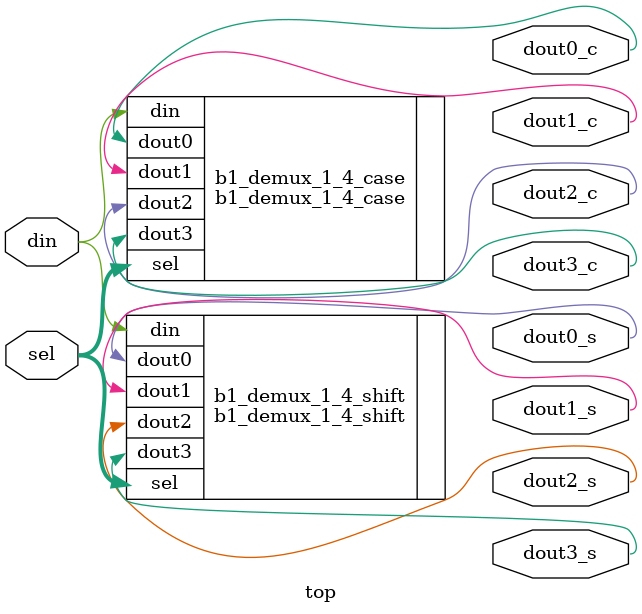
<source format=v>
`timescale 1ns / 1ps


module top(
    input din,
    input [1:0] sel,
    output dout0_c,
    output dout1_c,
    output dout2_c,
    output dout3_c,
    output dout0_s,
    output dout1_s,
    output dout2_s,
    output dout3_s
    );
    b1_demux_1_4_case b1_demux_1_4_case (.din(din), .sel(sel), .dout0(dout0_c), .dout1(dout1_c), .dout2(dout2_c), .dout3(dout3_c));
    b1_demux_1_4_shift b1_demux_1_4_shift (.din(din), .sel(sel), .dout0(dout0_s), .dout1(dout1_s), .dout2(dout2_s), .dout3(dout3_s));
endmodule

</source>
